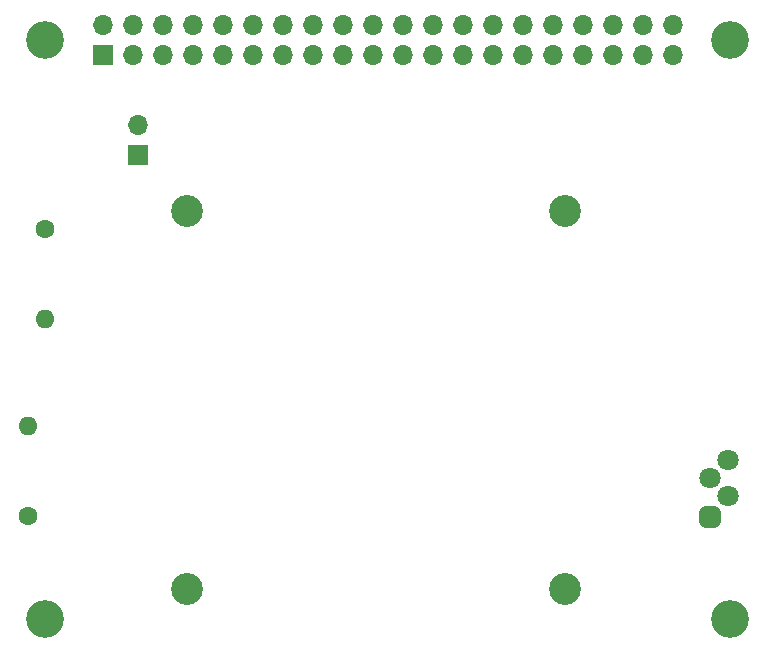
<source format=gbs>
G04 #@! TF.GenerationSoftware,KiCad,Pcbnew,(6.0.9-0)*
G04 #@! TF.CreationDate,2024-08-31T06:56:55+09:00*
G04 #@! TF.ProjectId,LEDHat,4c454448-6174-42e6-9b69-6361645f7063,rev?*
G04 #@! TF.SameCoordinates,Original*
G04 #@! TF.FileFunction,Soldermask,Bot*
G04 #@! TF.FilePolarity,Negative*
%FSLAX46Y46*%
G04 Gerber Fmt 4.6, Leading zero omitted, Abs format (unit mm)*
G04 Created by KiCad (PCBNEW (6.0.9-0)) date 2024-08-31 06:56:55*
%MOMM*%
%LPD*%
G01*
G04 APERTURE LIST*
G04 Aperture macros list*
%AMRoundRect*
0 Rectangle with rounded corners*
0 $1 Rounding radius*
0 $2 $3 $4 $5 $6 $7 $8 $9 X,Y pos of 4 corners*
0 Add a 4 corners polygon primitive as box body*
4,1,4,$2,$3,$4,$5,$6,$7,$8,$9,$2,$3,0*
0 Add four circle primitives for the rounded corners*
1,1,$1+$1,$2,$3*
1,1,$1+$1,$4,$5*
1,1,$1+$1,$6,$7*
1,1,$1+$1,$8,$9*
0 Add four rect primitives between the rounded corners*
20,1,$1+$1,$2,$3,$4,$5,0*
20,1,$1+$1,$4,$5,$6,$7,0*
20,1,$1+$1,$6,$7,$8,$9,0*
20,1,$1+$1,$8,$9,$2,$3,0*%
G04 Aperture macros list end*
%ADD10C,2.700000*%
%ADD11C,3.200000*%
%ADD12RoundRect,0.450000X0.450000X-0.450000X0.450000X0.450000X-0.450000X0.450000X-0.450000X-0.450000X0*%
%ADD13C,1.800000*%
%ADD14O,1.700000X1.700000*%
%ADD15R,1.700000X1.700000*%
%ADD16C,1.600000*%
%ADD17O,1.600000X1.600000*%
G04 APERTURE END LIST*
D10*
X97500000Y-78000000D03*
D11*
X111500000Y-112500000D03*
D10*
X97500000Y-110000000D03*
D11*
X111500000Y-63500000D03*
D12*
X109740000Y-103910000D03*
D13*
X111264000Y-102132000D03*
X109740000Y-100608000D03*
X111264000Y-99084000D03*
D10*
X65500000Y-110000000D03*
D14*
X61375000Y-70735000D03*
D15*
X61375000Y-73275000D03*
D16*
X52000000Y-103810000D03*
D17*
X52000000Y-96190000D03*
D10*
X65500000Y-78000000D03*
D16*
X53500000Y-79500000D03*
D17*
X53500000Y-87120000D03*
D11*
X53500000Y-112500000D03*
X53500000Y-63500000D03*
D15*
X58400000Y-64790000D03*
D14*
X58400000Y-62250000D03*
X60940000Y-64790000D03*
X60940000Y-62250000D03*
X63480000Y-64790000D03*
X63480000Y-62250000D03*
X66020000Y-64790000D03*
X66020000Y-62250000D03*
X68560000Y-64790000D03*
X68560000Y-62250000D03*
X71100000Y-64790000D03*
X71100000Y-62250000D03*
X73640000Y-64790000D03*
X73640000Y-62250000D03*
X76180000Y-64790000D03*
X76180000Y-62250000D03*
X78720000Y-64790000D03*
X78720000Y-62250000D03*
X81260000Y-64790000D03*
X81260000Y-62250000D03*
X83800000Y-64790000D03*
X83800000Y-62250000D03*
X86340000Y-64790000D03*
X86340000Y-62250000D03*
X88880000Y-64790000D03*
X88880000Y-62250000D03*
X91420000Y-64790000D03*
X91420000Y-62250000D03*
X93960000Y-64790000D03*
X93960000Y-62250000D03*
X96500000Y-64790000D03*
X96500000Y-62250000D03*
X99040000Y-64790000D03*
X99040000Y-62250000D03*
X101580000Y-64790000D03*
X101580000Y-62250000D03*
X104120000Y-64790000D03*
X104120000Y-62250000D03*
X106660000Y-64790000D03*
X106660000Y-62250000D03*
M02*

</source>
